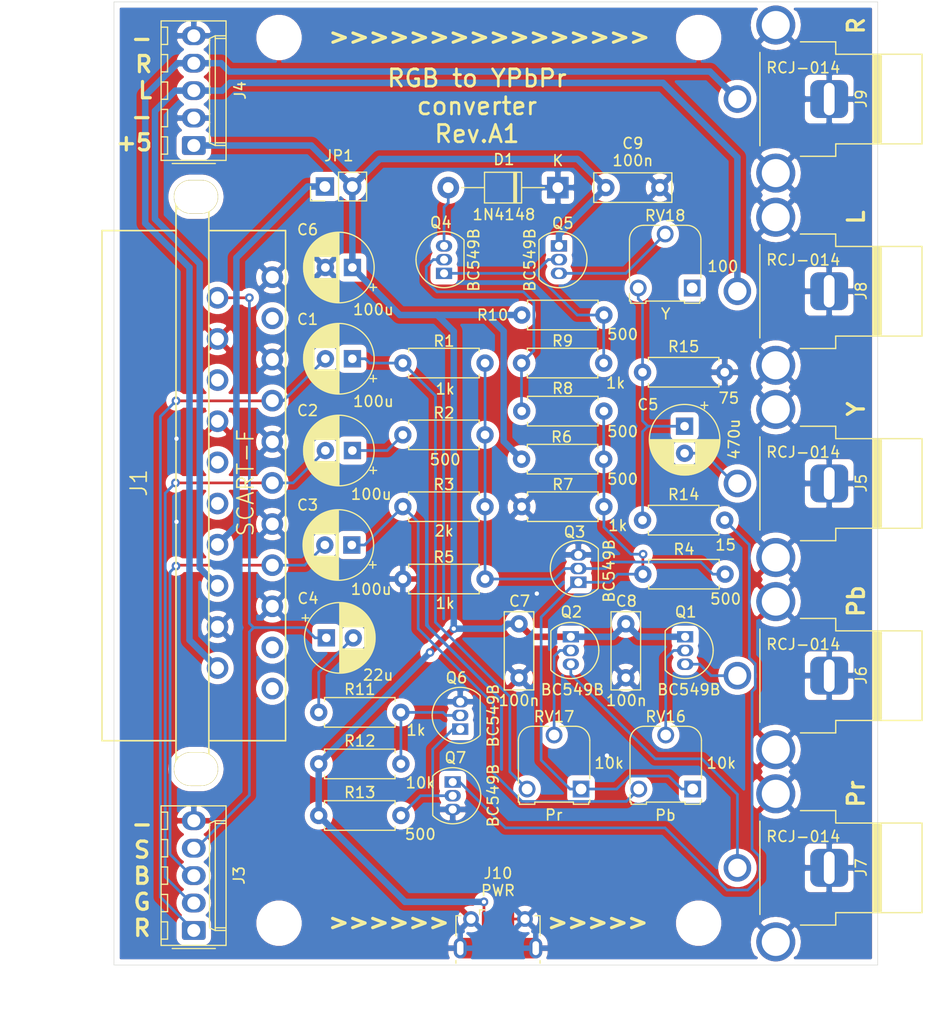
<source format=kicad_pcb>
(kicad_pcb (version 20171130) (host pcbnew "(5.1.4)-1")
  (title_block (title "RGB to YPbPr converter") (date 2021-01-09) (rev A1))
  (layers (0 F.Cu signal) (31 B.Cu signal) (34 B.Paste user hide) (35 F.Paste user hide) (36 B.SilkS user) (37 F.SilkS user) (38 B.Mask user hide) (39 F.Mask user hide) (44 Edge.Cuts user))
  (net 0 "")
  (net 1 R_IN)
  (net 2 "Net-(C1-Pad1)")
  (net 3 G_IN)
  (net 4 "Net-(C2-Pad1)")
  (net 5 B_IN)
  (net 6 "Net-(C3-Pad1)")
  (net 7 "Net-(C4-Pad2)")
  (net 8 CSYNC_IN)
  (net 9 Y_OUT)
  (net 10 "Net-(C5-Pad1)")
  (net 11 "Net-(D1-Pad2)")
  (net 12 GND)
  (net 13 Audio_L)
  (net 14 Audio_R)
  (net 15 +5V)
  (net 16 Pb_OUT)
  (net 17 Pr_OUT)
  (net 18 "Net-(Q1-Pad2)")
  (net 19 "Net-(Q2-Pad2)")
  (net 20 "Net-(Q3-Pad1)")
  (net 21 "Net-(Q3-Pad2)")
  (net 22 "Net-(Q4-Pad1)")
  (net 23 "Net-(Q4-Pad2)")
  (net 24 "Net-(Q5-Pad3)")
  (net 25 "Net-(Q6-Pad1)")
  (net 26 "Net-(Q6-Pad2)")
  (net 27 "Net-(Q7-Pad1)")
  (net 28 "Net-(J1-Pad8)")
  (module Package_TO_SOT_THT:TO-92_Inline (layer F.Cu) (at 153.15 106.05 90)
    (fp_text reference Q3 (at 4.65 -0.35 180) (layer F.SilkS))
    (fp_text value BC549B)
    (fp_text user %V (at 1.05 2.85 90) (layer F.SilkS))
    (pad 1 thru_hole rect (at 0 0 90) (size 1.05 1.5) (drill 0.75) (layers *.Cu *.Mask) (net 20 "Net-(Q3-Pad1)"))
    (pad 3 thru_hole oval (at 2.54 0 90) (size 1.05 1.5) (drill 0.75) (layers *.Cu *.Mask) (net 12 GND))
    (pad 2 thru_hole oval (at 1.27 0 90) (size 1.05 1.5) (drill 0.75) (layers *.Cu *.Mask) (net 21 "Net-(Q3-Pad2)"))
  )
  (module Connector_Molex:Molex_KK-254_AE-6410-05A_1x05_P2.54mm_Vertical (layer F.Cu) (at 117.5 65.6 90)
    (fp_text reference J4 (at 5.1 4.3 270) (layer F.SilkS))
    (fp_text value Conn_01x03)
    (pad 5 thru_hole oval (at 10.16 0 90) (size 1.74 2.2) (drill 1.2) (layers *.Cu *.Mask) (net 12 GND))
    (pad 4 thru_hole oval (at 7.62 0 90) (size 1.74 2.2) (drill 1.2) (layers *.Cu *.Mask) (net 14 Audio_R))
    (pad 3 thru_hole oval (at 5.08 0 90) (size 1.74 2.2) (drill 1.2) (layers *.Cu *.Mask) (net 13 Audio_L))
    (pad 2 thru_hole oval (at 2.54 0 90) (size 1.74 2.2) (drill 1.2) (layers *.Cu *.Mask) (net 12 GND))
    (pad 1 thru_hole roundrect (at 0 0 90) (size 1.74 2.2) (drill 1.2) (layers *.Cu *.Mask) (roundrect_rratio 0.143678) (net 15 +5V))
  )
  (module Connector_PinHeader_2.54mm:PinHeader_1x02_P2.54mm_Vertical (layer F.Cu) (at 129.65 69.4 90)
    (fp_text reference JP1 (at 2.85 1.3 180) (layer F.SilkS))
    (fp_text value Jumper)
    (pad 2 thru_hole oval (at 0 2.54 90) (size 1.7 1.7) (drill 1) (layers *.Cu *.Mask) (net 15 +5V))
    (pad 1 thru_hole rect (at 0 0 90) (size 1.7 1.7) (drill 1) (layers *.Cu *.Mask) (net 28 "Net-(J1-Pad8)"))
  )
  (module Connector_USB:USB_Micro-B_Molex-105017-0001 (layer F.Cu) (at 145.7 138.7)
    (fp_text reference J10 (at 0 -5.7) (layer F.SilkS))
    (fp_text value USB_B_Micro)
    (fp_text user PWR (at 0 -4.1) (layer F.SilkS))
    (pad 6 smd rect (at -2.9 1.2375) (size 1.2 1.9) (layers F.Cu F.Mask) (net 12 GND))
    (pad 6 smd rect (at 2.9 1.2375) (size 1.2 1.9) (layers F.Cu F.Mask) (net 12 GND))
    (pad 6 thru_hole oval (at 3.5 1.2375) (size 1.2 1.9) (drill oval 0.6 1.3) (layers *.Cu *.Mask) (net 12 GND))
    (pad 6 thru_hole oval (at -3.5 1.2375 180) (size 1.2 1.9) (drill oval 0.6 1.3) (layers *.Cu *.Mask) (net 12 GND))
    (pad 6 smd rect (at -1 1.2375) (size 1.5 1.9) (layers F.Cu F.Paste F.Mask) (net 12 GND))
    (pad 6 thru_hole circle (at 2.5 -1.4625) (size 1.45 1.45) (drill 0.85) (layers *.Cu *.Mask) (net 12 GND))
    (pad 3 smd rect (at 0 -1.4625) (size 0.4 1.35) (layers F.Cu F.Paste F.Mask))
    (pad 4 smd rect (at 0.65 -1.4625) (size 0.4 1.35) (layers F.Cu F.Paste F.Mask))
    (pad 5 smd rect (at 1.3 -1.4625) (size 0.4 1.35) (layers F.Cu F.Paste F.Mask) (net 12 GND))
    (pad 1 smd rect (at -1.3 -1.4625) (size 0.4 1.35) (layers F.Cu F.Paste F.Mask) (net 15 +5V))
    (pad 2 smd rect (at -0.65 -1.4625) (size 0.4 1.35) (layers F.Cu F.Paste F.Mask))
    (pad 6 thru_hole circle (at -2.5 -1.4625) (size 1.45 1.45) (drill 0.85) (layers *.Cu *.Mask) (net 12 GND))
    (pad 6 smd rect (at 1 1.2375) (size 1.5 1.9) (layers F.Cu F.Paste F.Mask) (net 12 GND))
  )
  (module my:SCART (layer F.Cu) (at 117.5 96.85 270)
    (fp_text reference J1 (at 0 5.10032 90) (layer F.SilkS) (effects (font (size 1.5 1.5))))
    (fp_text value SCART-F (at -0.025 -4.8 90) (layer F.SilkS) (effects (font (size 1.5 1.5))))
    (pad "" np_thru_hole oval (at 26.49982 -0.20066 270) (size 3.1 4.1) (drill oval 3 4) (layers *.Cu *.Mask F.SilkS))
    (pad 1 thru_hole circle (at 19.05 -7.27964 270) (size 1.99898 1.99898) (drill 1.19888) (layers *.Cu *.Mask))
    (pad 2 thru_hole circle (at 17.145 -2.19964 270) (size 1.99898 1.99898) (drill 1.19888) (layers *.Cu *.Mask) (net 14 Audio_R))
    (pad 3 thru_hole circle (at 15.24 -7.27964 270) (size 1.99898 1.99898) (drill 1.19888) (layers *.Cu *.Mask))
    (pad 4 thru_hole circle (at 13.335 -2.19964 270) (size 1.99898 1.99898) (drill 1.19888) (layers *.Cu *.Mask) (net 12 GND))
    (pad 5 thru_hole circle (at 11.43 -7.27964 270) (size 1.99898 1.99898) (drill 1.19888) (layers *.Cu *.Mask) (net 12 GND))
    (pad 6 thru_hole circle (at 9.525 -2.19964 270) (size 1.99898 1.99898) (drill 1.19888) (layers *.Cu *.Mask) (net 13 Audio_L))
    (pad 7 thru_hole circle (at 7.62 -7.27964 270) (size 1.99898 1.99898) (drill 1.19888) (layers *.Cu *.Mask) (net 5 B_IN))
    (pad 8 thru_hole circle (at 5.715 -2.19964 270) (size 1.99898 1.99898) (drill 1.19888) (layers *.Cu *.Mask) (net 28 "Net-(J1-Pad8)"))
    (pad 9 thru_hole circle (at 3.81 -7.27964 270) (size 1.99898 1.99898) (drill 1.19888) (layers *.Cu *.Mask) (net 12 GND))
    (pad 10 thru_hole circle (at 1.905 -2.19964 270) (size 1.99898 1.99898) (drill 1.19888) (layers *.Cu *.Mask))
    (pad 11 thru_hole circle (at 0 -7.27964 270) (size 1.99898 1.99898) (drill 1.19888) (layers *.Cu *.Mask) (net 3 G_IN))
    (pad 12 thru_hole circle (at -1.905 -2.19964 270) (size 1.99898 1.99898) (drill 1.19888) (layers *.Cu *.Mask))
    (pad 13 thru_hole circle (at -3.81 -7.27964 270) (size 1.99898 1.99898) (drill 1.19888) (layers *.Cu *.Mask) (net 12 GND))
    (pad 14 thru_hole circle (at -5.715 -2.19964 270) (size 1.99898 1.99898) (drill 1.19888) (layers *.Cu *.Mask) (net 12 GND))
    (pad 15 thru_hole circle (at -7.62 -7.27964 270) (size 1.99898 1.99898) (drill 1.19888) (layers *.Cu *.Mask) (net 1 R_IN))
    (pad 16 thru_hole circle (at -9.525 -2.19964 270) (size 1.99898 1.99898) (drill 1.19888) (layers *.Cu *.Mask))
    (pad 17 thru_hole circle (at -11.43 -7.27964 270) (size 1.99898 1.99898) (drill 1.19888) (layers *.Cu *.Mask) (net 12 GND))
    (pad 18 thru_hole circle (at -13.335 -2.19964 270) (size 1.99898 1.99898) (drill 1.19888) (layers *.Cu *.Mask) (net 12 GND))
    (pad 19 thru_hole circle (at -15.24 -7.27964 270) (size 1.99898 1.99898) (drill 1.19888) (layers *.Cu *.Mask))
    (pad 20 thru_hole circle (at -17.145 -2.19964 270) (size 1.99898 1.99898) (drill 1.19888) (layers *.Cu *.Mask) (net 8 CSYNC_IN))
    (pad 21 thru_hole circle (at -19.05 -7.27964 270) (size 1.99898 1.99898) (drill 1.19888) (layers *.Cu *.Mask) (net 12 GND))
    (pad "" np_thru_hole oval (at -26.49982 -0.20066 270) (size 3.1 4.1) (drill oval 3 4) (layers *.Cu *.Mask F.SilkS))
  )
  (module Potentiometer_THT:Potentiometer_Runtron_RM-065_Vertical (layer F.Cu) (at 153.4 125.2 180)
    (fp_text reference RV17 (at 2.5 6.7) (layer F.SilkS))
    (fp_text value 10k)
    (fp_text user %V (at -2.6 2.4 180) (layer F.SilkS))
    (fp_text user Pr (at 2.525 -2.4 180) (layer F.SilkS))
    (pad 3 thru_hole circle (at 5 0 180) (size 1.55 1.55) (drill 1) (layers *.Cu *.Mask) (net 2 "Net-(C1-Pad1)"))
    (pad 1 thru_hole rect (at 0 0 180) (size 1.55 1.55) (drill 1) (layers *.Cu *.Mask) (net 20 "Net-(Q3-Pad1)"))
    (pad 2 thru_hole circle (at 2.5 5 180) (size 1.55 1.55) (drill 1) (layers *.Cu *.Mask) (net 19 "Net-(Q2-Pad2)"))
  )
  (module Capacitor_THT:C_Disc_D7.0mm_W2.5mm_P5.00mm (layer F.Cu) (at 160.7 69.5 180)
    (fp_text reference C9 (at 2.5 4.1) (layer F.SilkS))
    (fp_text value 100n)
    (fp_text user %V (at 2.5 2.5) (layer F.SilkS))
    (pad 2 thru_hole circle (at 5 0 180) (size 1.6 1.6) (drill 0.8) (layers *.Cu *.Mask) (net 15 +5V))
    (pad 1 thru_hole circle (at 0 0 180) (size 1.6 1.6) (drill 0.8) (layers *.Cu *.Mask) (net 12 GND))
  )
  (module Capacitor_THT:C_Disc_D7.0mm_W2.5mm_P5.00mm (layer F.Cu) (at 157.55 109.9 270)
    (fp_text reference C8 (at -2.1 -0.05 180) (layer F.SilkS))
    (fp_text value 100n)
    (fp_text user %V (at 7.1 -0.05) (layer F.SilkS))
    (pad 2 thru_hole circle (at 5 0 270) (size 1.6 1.6) (drill 0.8) (layers *.Cu *.Mask) (net 12 GND))
    (pad 1 thru_hole circle (at 0 0 270) (size 1.6 1.6) (drill 0.8) (layers *.Cu *.Mask) (net 15 +5V))
  )
  (module Capacitor_THT:C_Disc_D7.0mm_W2.5mm_P5.00mm (layer F.Cu) (at 147.65 109.9 270)
    (fp_text reference C7 (at -2.1 -0.05 180) (layer F.SilkS))
    (fp_text value 100n)
    (fp_text user %V (at 7.1 0) (layer F.SilkS))
    (pad 2 thru_hole circle (at 5 0 270) (size 1.6 1.6) (drill 0.8) (layers *.Cu *.Mask) (net 12 GND))
    (pad 1 thru_hole circle (at 0 0 270) (size 1.6 1.6) (drill 0.8) (layers *.Cu *.Mask) (net 15 +5V))
  )
  (module Capacitor_THT:CP_Radial_D6.3mm_P2.50mm (layer F.Cu) (at 132.2 76.9 180)
    (fp_text reference C6 (at 4.15 3.5) (layer F.SilkS))
    (fp_text value 100u)
    (fp_text user %V (at -1.95 -3.9) (layer F.SilkS))
    (pad 2 thru_hole circle (at 2.5 0 180) (size 1.6 1.6) (drill 0.8) (layers *.Cu *.Mask) (net 12 GND))
    (pad 1 thru_hole rect (at 0 0 180) (size 1.6 1.6) (drill 0.8) (layers *.Cu *.Mask) (net 15 +5V))
  )
  (module MountingHole:MountingHole_3.2mm_M3 (layer F.Cu) (at 164.3 137.625001)
    (fp_text reference H4 hide)
    (fp_text value MountingHole)
    (pad 1 np_thru_hole circle (at 0 0) (size 3.2 3.2) (drill 3.2) (layers *.Cu *.Mask))
  )
  (module MountingHole:MountingHole_3.2mm_M3 (layer F.Cu) (at 164.3 55.6 180)
    (fp_text reference H3 hide)
    (fp_text value MountingHole)
    (pad 1 np_thru_hole circle (at 0 0 180) (size 3.2 3.2) (drill 3.2) (layers *.Cu *.Mask))
  )
  (module MountingHole:MountingHole_3.2mm_M3 (layer F.Cu) (at 125.4 137.625001)
    (fp_text reference H2 hide)
    (fp_text value MountingHole)
    (pad 1 np_thru_hole circle (at 0 0) (size 3.2 3.2) (drill 3.2) (layers *.Cu *.Mask))
  )
  (module MountingHole:MountingHole_3.2mm_M3 (layer F.Cu) (at 125.4 55.6 180)
    (fp_text reference H1 hide)
    (fp_text value MountingHole)
    (pad 1 np_thru_hole circle (at 0 0 180) (size 3.2 3.2) (drill 3.2) (layers *.Cu *.Mask))
  )
  (module Potentiometer_THT:Potentiometer_Runtron_RM-065_Vertical (layer F.Cu) (at 163.7 78.8 180)
    (fp_text reference RV18 (at 2.5 6.7) (layer F.SilkS))
    (fp_text value 100)
    (fp_text user Y (at 2.45 -2.4 180) (layer F.SilkS))
    (fp_text user %V (at -2.85 2 180) (layer F.SilkS))
    (pad 3 thru_hole circle (at 5 0 180) (size 1.55 1.55) (drill 1) (layers *.Cu *.Mask) (net 10 "Net-(C5-Pad1)"))
    (pad 1 thru_hole rect (at 0 0 180) (size 1.55 1.55) (drill 1) (layers *.Cu *.Mask))
    (pad 2 thru_hole circle (at 2.5 5 180) (size 1.55 1.55) (drill 1) (layers *.Cu *.Mask) (net 24 "Net-(Q5-Pad3)"))
  )
  (module Potentiometer_THT:Potentiometer_Runtron_RM-065_Vertical (layer F.Cu) (at 163.75 125.2 180)
    (fp_text reference RV16 (at 2.5 6.7) (layer F.SilkS))
    (fp_text value 10k)
    (fp_text user %V (at -2.65 2.4 180) (layer F.SilkS))
    (fp_text user Pb (at 2.525 -2.425 180) (layer F.SilkS))
    (pad 3 thru_hole circle (at 5 0 180) (size 1.55 1.55) (drill 1) (layers *.Cu *.Mask) (net 6 "Net-(C3-Pad1)"))
    (pad 1 thru_hole rect (at 0 0 180) (size 1.55 1.55) (drill 1) (layers *.Cu *.Mask) (net 20 "Net-(Q3-Pad1)"))
    (pad 2 thru_hole circle (at 2.5 5 180) (size 1.55 1.55) (drill 1) (layers *.Cu *.Mask) (net 18 "Net-(Q1-Pad2)"))
  )
  (module Resistor_THT:R_Axial_DIN0207_L6.3mm_D2.5mm_P7.62mm_Horizontal (layer F.Cu) (at 159.1 86.6)
    (fp_text reference R15 (at 3.81 -2.37) (layer F.SilkS))
    (fp_text value 75)
    (fp_text user %V (at 8 2.4) (layer F.SilkS))
    (pad 2 thru_hole oval (at 7.62 0) (size 1.6 1.6) (drill 0.8) (layers *.Cu *.Mask) (net 12 GND))
    (pad 1 thru_hole circle (at 0 0) (size 1.6 1.6) (drill 0.8) (layers *.Cu *.Mask) (net 10 "Net-(C5-Pad1)"))
  )
  (module Resistor_THT:R_Axial_DIN0207_L6.3mm_D2.5mm_P7.62mm_Horizontal (layer F.Cu) (at 159.1 100.3)
    (fp_text reference R14 (at 3.81 -2.37) (layer F.SilkS))
    (fp_text value 15)
    (fp_text user %V (at 7.7 2.3) (layer F.SilkS))
    (pad 1 thru_hole circle (at 0 0) (size 1.6 1.6) (drill 0.8) (layers *.Cu *.Mask) (net 10 "Net-(C5-Pad1)"))
    (pad 2 thru_hole oval (at 7.62 0) (size 1.6 1.6) (drill 0.8) (layers *.Cu *.Mask) (net 27 "Net-(Q7-Pad1)"))
  )
  (module Resistor_THT:R_Axial_DIN0207_L6.3mm_D2.5mm_P7.62mm_Horizontal (layer F.Cu) (at 136.7 127.65 180)
    (fp_text reference R13 (at 3.81 2.13) (layer F.SilkS))
    (fp_text value 500)
    (fp_text user %V (at -1.8 -1.75 180) (layer F.SilkS))
    (pad 1 thru_hole circle (at 0 0 180) (size 1.6 1.6) (drill 0.8) (layers *.Cu *.Mask) (net 25 "Net-(Q6-Pad1)"))
    (pad 2 thru_hole oval (at 7.62 0 180) (size 1.6 1.6) (drill 0.8) (layers *.Cu *.Mask) (net 15 +5V))
  )
  (module Resistor_THT:R_Axial_DIN0207_L6.3mm_D2.5mm_P7.62mm_Horizontal (layer F.Cu) (at 136.7 122.875 180)
    (fp_text reference R12 (at 3.81 2.13) (layer F.SilkS))
    (fp_text value 10k)
    (fp_text user %V (at -1.8 -1.75 180) (layer F.SilkS))
    (pad 2 thru_hole oval (at 7.62 0 180) (size 1.6 1.6) (drill 0.8) (layers *.Cu *.Mask) (net 15 +5V))
    (pad 1 thru_hole circle (at 0 0 180) (size 1.6 1.6) (drill 0.8) (layers *.Cu *.Mask) (net 26 "Net-(Q6-Pad2)"))
  )
  (module Resistor_THT:R_Axial_DIN0207_L6.3mm_D2.5mm_P7.62mm_Horizontal (layer F.Cu) (at 136.7 118.1 180)
    (fp_text reference R11 (at 3.81 2.13) (layer F.SilkS))
    (fp_text value 1k)
    (fp_text user %V (at -1.4 -1.65 180) (layer F.SilkS))
    (pad 2 thru_hole oval (at 7.62 0 180) (size 1.6 1.6) (drill 0.8) (layers *.Cu *.Mask) (net 7 "Net-(C4-Pad2)"))
    (pad 1 thru_hole circle (at 0 0 180) (size 1.6 1.6) (drill 0.8) (layers *.Cu *.Mask) (net 26 "Net-(Q6-Pad2)"))
  )
  (module Resistor_THT:R_Axial_DIN0207_L6.3mm_D2.5mm_P7.62mm_Horizontal (layer F.Cu) (at 147.9 81.3)
    (fp_text reference R10 (at -2.7 0) (layer F.SilkS))
    (fp_text value 500)
    (fp_text user %V (at 9.35 1.8) (layer F.SilkS))
    (pad 2 thru_hole oval (at 7.62 0) (size 1.6 1.6) (drill 0.8) (layers *.Cu *.Mask) (net 22 "Net-(Q4-Pad1)"))
    (pad 1 thru_hole circle (at 0 0) (size 1.6 1.6) (drill 0.8) (layers *.Cu *.Mask) (net 15 +5V))
  )
  (module Resistor_THT:R_Axial_DIN0207_L6.3mm_D2.5mm_P7.62mm_Horizontal (layer F.Cu) (at 155.5 85.75 180)
    (fp_text reference R9 (at 3.81 2.05) (layer F.SilkS))
    (fp_text value 1k)
    (fp_text user %V (at -1.1 -1.85 180) (layer F.SilkS))
    (pad 1 thru_hole circle (at 0 0 180) (size 1.6 1.6) (drill 0.8) (layers *.Cu *.Mask) (net 22 "Net-(Q4-Pad1)"))
    (pad 2 thru_hole oval (at 7.62 0 180) (size 1.6 1.6) (drill 0.8) (layers *.Cu *.Mask) (net 23 "Net-(Q4-Pad2)"))
  )
  (module Resistor_THT:R_Axial_DIN0207_L6.3mm_D2.5mm_P7.62mm_Horizontal (layer F.Cu) (at 147.9 90.2)
    (fp_text reference R8 (at 3.8 -2.1) (layer F.SilkS))
    (fp_text value 500)
    (fp_text user %V (at 9.35 1.9) (layer F.SilkS))
    (pad 2 thru_hole oval (at 7.62 0) (size 1.6 1.6) (drill 0.8) (layers *.Cu *.Mask) (net 20 "Net-(Q3-Pad1)"))
    (pad 1 thru_hole circle (at 0 0) (size 1.6 1.6) (drill 0.8) (layers *.Cu *.Mask) (net 23 "Net-(Q4-Pad2)"))
  )
  (module Resistor_THT:R_Axial_DIN0207_L6.3mm_D2.5mm_P7.62mm_Horizontal (layer F.Cu) (at 147.9 99.05)
    (fp_text reference R7 (at 3.81 -2.05) (layer F.SilkS))
    (fp_text value 1k)
    (fp_text user %V (at 8.9 1.75) (layer F.SilkS))
    (pad 2 thru_hole oval (at 7.62 0) (size 1.6 1.6) (drill 0.8) (layers *.Cu *.Mask) (net 20 "Net-(Q3-Pad1)"))
    (pad 1 thru_hole circle (at 0 0) (size 1.6 1.6) (drill 0.8) (layers *.Cu *.Mask) (net 12 GND))
  )
  (module Resistor_THT:R_Axial_DIN0207_L6.3mm_D2.5mm_P7.62mm_Horizontal (layer F.Cu) (at 155.5 94.65 180)
    (fp_text reference R6 (at 3.9 2.05) (layer F.SilkS))
    (fp_text value 500)
    (fp_text user %V (at -1.75 -1.85 180) (layer F.SilkS))
    (pad 2 thru_hole oval (at 7.62 0 180) (size 1.6 1.6) (drill 0.8) (layers *.Cu *.Mask) (net 15 +5V))
    (pad 1 thru_hole circle (at 0 0 180) (size 1.6 1.6) (drill 0.8) (layers *.Cu *.Mask) (net 20 "Net-(Q3-Pad1)"))
  )
  (module Resistor_THT:R_Axial_DIN0207_L6.3mm_D2.5mm_P7.62mm_Horizontal (layer F.Cu) (at 144.5 105.75 180)
    (fp_text reference R5 (at 3.81 2.025) (layer F.SilkS))
    (fp_text value 1k)
    (fp_text user %V (at 3.7 -2.25 180) (layer F.SilkS))
    (pad 2 thru_hole oval (at 7.62 0 180) (size 1.6 1.6) (drill 0.8) (layers *.Cu *.Mask) (net 12 GND))
    (pad 1 thru_hole circle (at 0 0 180) (size 1.6 1.6) (drill 0.8) (layers *.Cu *.Mask) (net 21 "Net-(Q3-Pad2)"))
  )
  (module Resistor_THT:R_Axial_DIN0207_L6.3mm_D2.5mm_P7.62mm_Horizontal (layer F.Cu) (at 166.75 105.3 180)
    (fp_text reference R4 (at 3.81 2.3) (layer F.SilkS))
    (fp_text value 500)
    (fp_text user %V (at -0.05 -2.3 180) (layer F.SilkS))
    (pad 1 thru_hole circle (at 0 0 180) (size 1.6 1.6) (drill 0.8) (layers *.Cu *.Mask) (net 21 "Net-(Q3-Pad2)"))
    (pad 2 thru_hole oval (at 7.62 0 180) (size 1.6 1.6) (drill 0.8) (layers *.Cu *.Mask) (net 20 "Net-(Q3-Pad1)"))
  )
  (module Resistor_THT:R_Axial_DIN0207_L6.3mm_D2.5mm_P7.62mm_Horizontal (layer F.Cu) (at 144.5 99.05 180)
    (fp_text reference R3 (at 3.81 2.05) (layer F.SilkS))
    (fp_text value 2k)
    (fp_text user %V (at 3.8 -2.25 180) (layer F.SilkS))
    (pad 2 thru_hole oval (at 7.62 0 180) (size 1.6 1.6) (drill 0.8) (layers *.Cu *.Mask) (net 6 "Net-(C3-Pad1)"))
    (pad 1 thru_hole circle (at 0 0 180) (size 1.6 1.6) (drill 0.8) (layers *.Cu *.Mask) (net 21 "Net-(Q3-Pad2)"))
  )
  (module Resistor_THT:R_Axial_DIN0207_L6.3mm_D2.5mm_P7.62mm_Horizontal (layer F.Cu) (at 144.5 92.4 180)
    (fp_text reference R2 (at 3.81 2.03) (layer F.SilkS))
    (fp_text value 500)
    (fp_text user %V (at 3.7 -2.3 180) (layer F.SilkS))
    (pad 2 thru_hole oval (at 7.62 0 180) (size 1.6 1.6) (drill 0.8) (layers *.Cu *.Mask) (net 4 "Net-(C2-Pad1)"))
    (pad 1 thru_hole circle (at 0 0 180) (size 1.6 1.6) (drill 0.8) (layers *.Cu *.Mask) (net 21 "Net-(Q3-Pad2)"))
  )
  (module Resistor_THT:R_Axial_DIN0207_L6.3mm_D2.5mm_P7.62mm_Horizontal (layer F.Cu) (at 144.5 85.75 180)
    (fp_text reference R1 (at 3.81 2.03) (layer F.SilkS))
    (fp_text value 1k)
    (fp_text user %V (at 3.7 -2.4 180) (layer F.SilkS))
    (pad 2 thru_hole oval (at 7.62 0 180) (size 1.6 1.6) (drill 0.8) (layers *.Cu *.Mask) (net 2 "Net-(C1-Pad1)"))
    (pad 1 thru_hole circle (at 0 0 180) (size 1.6 1.6) (drill 0.8) (layers *.Cu *.Mask) (net 21 "Net-(Q3-Pad2)"))
  )
  (module Package_TO_SOT_THT:TO-92_Inline (layer F.Cu) (at 141.5 124.55 270)
    (fp_text reference Q7 (at -2.25 -0.25 180) (layer F.SilkS))
    (fp_text value BC549B)
    (fp_text user %V (at 1.25 -3.75 90) (layer F.SilkS))
    (pad 2 thru_hole oval (at 1.27 0 270) (size 1.05 1.5) (drill 0.75) (layers *.Cu *.Mask) (net 25 "Net-(Q6-Pad1)"))
    (pad 3 thru_hole oval (at 2.54 0 270) (size 1.05 1.5) (drill 0.75) (layers *.Cu *.Mask) (net 12 GND))
    (pad 1 thru_hole rect (at 0 0 270) (size 1.05 1.5) (drill 0.75) (layers *.Cu *.Mask) (net 27 "Net-(Q7-Pad1)"))
  )
  (module Package_TO_SOT_THT:TO-92_Inline (layer F.Cu) (at 142.2 119.65 90)
    (fp_text reference Q6 (at 4.75 -0.35 180) (layer F.SilkS))
    (fp_text value BC549B)
    (fp_text user %V (at 1.25 3.05 90) (layer F.SilkS))
    (pad 2 thru_hole oval (at 1.27 0 90) (size 1.05 1.5) (drill 0.75) (layers *.Cu *.Mask) (net 26 "Net-(Q6-Pad2)"))
    (pad 3 thru_hole oval (at 2.54 0 90) (size 1.05 1.5) (drill 0.75) (layers *.Cu *.Mask) (net 12 GND))
    (pad 1 thru_hole rect (at 0 0 90) (size 1.05 1.5) (drill 0.75) (layers *.Cu *.Mask) (net 25 "Net-(Q6-Pad1)"))
  )
  (module Package_TO_SOT_THT:TO-92_Inline (layer F.Cu) (at 151.35 74.9 270)
    (fp_text reference Q5 (at -2.1 -0.36 180) (layer F.SilkS))
    (fp_text value BC549B)
    (fp_text user %V (at 1.3 2.7 270) (layer F.SilkS))
    (pad 2 thru_hole oval (at 1.27 0 270) (size 1.05 1.5) (drill 0.75) (layers *.Cu *.Mask) (net 22 "Net-(Q4-Pad1)"))
    (pad 3 thru_hole oval (at 2.54 0 270) (size 1.05 1.5) (drill 0.75) (layers *.Cu *.Mask) (net 24 "Net-(Q5-Pad3)"))
    (pad 1 thru_hole rect (at 0 0 270) (size 1.05 1.5) (drill 0.75) (layers *.Cu *.Mask) (net 15 +5V))
  )
  (module Package_TO_SOT_THT:TO-92_Inline (layer F.Cu) (at 140.7 77.44 90)
    (fp_text reference Q4 (at 4.7 -0.3 180) (layer F.SilkS))
    (fp_text value BC549B)
    (fp_text user %V (at 1.24 2.75 270) (layer F.SilkS))
    (pad 2 thru_hole oval (at 1.27 0 90) (size 1.05 1.5) (drill 0.75) (layers *.Cu *.Mask) (net 23 "Net-(Q4-Pad2)"))
    (pad 3 thru_hole oval (at 2.54 0 90) (size 1.05 1.5) (drill 0.75) (layers *.Cu *.Mask) (net 11 "Net-(D1-Pad2)"))
    (pad 1 thru_hole rect (at 0 0 90) (size 1.05 1.5) (drill 0.75) (layers *.Cu *.Mask) (net 22 "Net-(Q4-Pad1)"))
  )
  (module Package_TO_SOT_THT:TO-92_Inline (layer F.Cu) (at 152.45 111.1 270)
    (fp_text reference Q2 (at -2.3 -0.05 180) (layer F.SilkS))
    (fp_text value BC549B)
    (fp_text user %V (at 4.9 -0.15) (layer F.SilkS))
    (pad 2 thru_hole oval (at 1.27 0 270) (size 1.05 1.5) (drill 0.75) (layers *.Cu *.Mask) (net 19 "Net-(Q2-Pad2)"))
    (pad 3 thru_hole oval (at 2.54 0 270) (size 1.05 1.5) (drill 0.75) (layers *.Cu *.Mask) (net 17 Pr_OUT))
    (pad 1 thru_hole rect (at 0 0 270) (size 1.05 1.5) (drill 0.75) (layers *.Cu *.Mask) (net 15 +5V))
  )
  (module Package_TO_SOT_THT:TO-92_Inline (layer F.Cu) (at 163.05 111.1 270)
    (fp_text reference Q1 (at -2.3 -0.05 180) (layer F.SilkS))
    (fp_text value BC549B)
    (fp_text user %V (at 4.9 -0.35) (layer F.SilkS))
    (pad 2 thru_hole oval (at 1.27 0 270) (size 1.05 1.5) (drill 0.75) (layers *.Cu *.Mask) (net 18 "Net-(Q1-Pad2)"))
    (pad 3 thru_hole oval (at 2.54 0 270) (size 1.05 1.5) (drill 0.75) (layers *.Cu *.Mask) (net 16 Pb_OUT))
    (pad 1 thru_hole rect (at 0 0 270) (size 1.05 1.5) (drill 0.75) (layers *.Cu *.Mask) (net 15 +5V))
  )
  (module my:CUI_RCJ-01X-WIDE (layer F.Cu) (at 174.5 61.3 270)
    (fp_text reference J9 (at -0.03 -4.86912 270) (layer F.SilkS))
    (fp_text value RCJ-014 hide)
    (fp_text user %V (at -2.9 0.5) (layer F.SilkS))
    (pad 1 thru_hole circle (at 0 6.604 270) (size 2.55 2.55) (drill 1.7) (layers *.Cu *.Mask) (net 14 Audio_R))
    (pad 2 thru_hole roundrect (at 0 -1.905 90) (size 3.50012 3.50012) (drill oval 3 1) (layers *.Cu *.Mask) (roundrect_rratio 0.214) (net 12 GND))
    (pad 2 thru_hole circle (at -6.858 3.048 270) (size 3.616 3.616) (drill 2.6) (layers *.Cu *.Mask) (net 12 GND))
    (pad 2 thru_hole circle (at 6.858 3.048 270) (size 3.616 3.616) (drill 2.6) (layers *.Cu *.Mask) (net 12 GND))
  )
  (module my:CUI_RCJ-01X-WIDE (layer F.Cu) (at 174.495 79.1 270)
    (fp_text reference J8 (at -0.03 -4.86912 270) (layer F.SilkS))
    (fp_text value RCJ-014 hide)
    (fp_text user %V (at -2.9 0.495) (layer F.SilkS))
    (pad 1 thru_hole circle (at 0 6.604 270) (size 2.55 2.55) (drill 1.7) (layers *.Cu *.Mask) (net 13 Audio_L))
    (pad 2 thru_hole roundrect (at 0 -1.905 90) (size 3.50012 3.50012) (drill oval 3 1) (layers *.Cu *.Mask) (roundrect_rratio 0.214) (net 12 GND))
    (pad 2 thru_hole circle (at -6.858 3.048 270) (size 3.616 3.616) (drill 2.6) (layers *.Cu *.Mask) (net 12 GND))
    (pad 2 thru_hole circle (at 6.858 3.048 270) (size 3.616 3.616) (drill 2.6) (layers *.Cu *.Mask) (net 12 GND))
  )
  (module my:CUI_RCJ-01X-WIDE (layer F.Cu) (at 174.5 132.5 270)
    (fp_text reference J7 (at -0.03 -4.86912 270) (layer F.SilkS))
    (fp_text value RCJ-014 hide)
    (fp_text user %V (at -2.9 0.5) (layer F.SilkS))
    (pad 1 thru_hole circle (at 0 6.604 270) (size 2.55 2.55) (drill 1.7) (layers *.Cu *.Mask) (net 17 Pr_OUT))
    (pad 2 thru_hole roundrect (at 0 -1.905 90) (size 3.50012 3.50012) (drill oval 3 1) (layers *.Cu *.Mask) (roundrect_rratio 0.214) (net 12 GND))
    (pad 2 thru_hole circle (at -6.858 3.048 270) (size 3.616 3.616) (drill 2.6) (layers *.Cu *.Mask) (net 12 GND))
    (pad 2 thru_hole circle (at 6.858 3.048 270) (size 3.616 3.616) (drill 2.6) (layers *.Cu *.Mask) (net 12 GND))
  )
  (module my:CUI_RCJ-01X-WIDE (layer F.Cu) (at 174.5 114.7 270)
    (fp_text reference J6 (at -0.03 -4.86912 270) (layer F.SilkS))
    (fp_text value RCJ-014 hide)
    (fp_text user %V (at -2.9 0.5) (layer F.SilkS))
    (pad 1 thru_hole circle (at 0 6.604 270) (size 2.55 2.55) (drill 1.7) (layers *.Cu *.Mask) (net 16 Pb_OUT))
    (pad 2 thru_hole roundrect (at 0 -1.905 90) (size 3.50012 3.50012) (drill oval 3 1) (layers *.Cu *.Mask) (roundrect_rratio 0.214) (net 12 GND))
    (pad 2 thru_hole circle (at -6.858 3.048 270) (size 3.616 3.616) (drill 2.6) (layers *.Cu *.Mask) (net 12 GND))
    (pad 2 thru_hole circle (at 6.858 3.048 270) (size 3.616 3.616) (drill 2.6) (layers *.Cu *.Mask) (net 12 GND))
  )
  (module my:CUI_RCJ-01X-WIDE (layer F.Cu) (at 174.5 96.9 270)
    (fp_text reference J5 (at -0.03 -4.86912 270) (layer F.SilkS))
    (fp_text value RCJ-014 hide)
    (fp_text user %V (at -2.9 0.5) (layer F.SilkS))
    (pad 1 thru_hole circle (at 0 6.604 270) (size 2.55 2.55) (drill 1.7) (layers *.Cu *.Mask) (net 9 Y_OUT))
    (pad 2 thru_hole roundrect (at 0 -1.905 90) (size 3.50012 3.50012) (drill oval 3 1) (layers *.Cu *.Mask) (roundrect_rratio 0.214) (net 12 GND))
    (pad 2 thru_hole circle (at -6.858 3.048 270) (size 3.616 3.616) (drill 2.6) (layers *.Cu *.Mask) (net 12 GND))
    (pad 2 thru_hole circle (at 6.858 3.048 270) (size 3.616 3.616) (drill 2.6) (layers *.Cu *.Mask) (net 12 GND))
  )
  (module Connector_Molex:Molex_KK-254_AE-6410-05A_1x05_P2.54mm_Vertical (layer F.Cu) (at 117.5 138.3 90)
    (fp_text reference J3 (at 5.1 4.2 90) (layer F.SilkS))
    (fp_text value Conn_01x05)
    (pad 5 thru_hole oval (at 10.16 0 90) (size 1.74 2.2) (drill 1.2) (layers *.Cu *.Mask) (net 12 GND))
    (pad 4 thru_hole oval (at 7.62 0 90) (size 1.74 2.2) (drill 1.2) (layers *.Cu *.Mask) (net 8 CSYNC_IN))
    (pad 3 thru_hole oval (at 5.08 0 90) (size 1.74 2.2) (drill 1.2) (layers *.Cu *.Mask) (net 5 B_IN))
    (pad 2 thru_hole oval (at 2.54 0 90) (size 1.74 2.2) (drill 1.2) (layers *.Cu *.Mask) (net 3 G_IN))
    (pad 1 thru_hole roundrect (at 0 0 90) (size 1.74 2.2) (drill 1.2) (layers *.Cu *.Mask) (roundrect_rratio 0.143678) (net 1 R_IN))
  )
  (module Diode_THT:D_T-1_P10.16mm_Horizontal (layer F.Cu) (at 151.25 69.5 180)
    (fp_text reference D1 (at 5 2.6) (layer F.SilkS))
    (fp_text value 1N4148)
    (fp_text user K (at 0 2.5) (layer F.SilkS))
    (fp_text user %V (at 5 -2.5) (layer F.SilkS))
    (pad 2 thru_hole oval (at 10.16 0 180) (size 2 2) (drill 1) (layers *.Cu *.Mask) (net 11 "Net-(D1-Pad2)"))
    (pad 1 thru_hole rect (at 0 0 180) (size 2 2) (drill 1) (layers *.Cu *.Mask) (net 12 GND))
  )
  (module Capacitor_THT:CP_Radial_D6.3mm_P2.50mm (layer F.Cu) (at 163 91.6 270)
    (fp_text reference C5 (at -2 3.4 180) (layer F.SilkS))
    (fp_text value 470u)
    (fp_text user %V (at 1.2 -4.6 90) (layer F.SilkS))
    (pad 2 thru_hole circle (at 2.5 0 270) (size 1.6 1.6) (drill 0.8) (layers *.Cu *.Mask) (net 9 Y_OUT))
    (pad 1 thru_hole rect (at 0 0 270) (size 1.6 1.6) (drill 0.8) (layers *.Cu *.Mask) (net 10 "Net-(C5-Pad1)"))
  )
  (module Capacitor_THT:CP_Radial_D6.3mm_P2.50mm (layer F.Cu) (at 129.785241 111.2)
    (fp_text reference C4 (at -1.7 -3.65) (layer F.SilkS))
    (fp_text value 22u)
    (fp_text user %V (at 4.8 3.45) (layer F.SilkS))
    (pad 2 thru_hole circle (at 2.5 0) (size 1.6 1.6) (drill 0.8) (layers *.Cu *.Mask) (net 7 "Net-(C4-Pad2)"))
    (pad 1 thru_hole rect (at 0 0) (size 1.6 1.6) (drill 0.8) (layers *.Cu *.Mask) (net 8 CSYNC_IN))
  )
  (module Capacitor_THT:CP_Radial_D6.3mm_P2.50mm (layer F.Cu) (at 132.15 102.6 180)
    (fp_text reference C3 (at 4.1 3.7) (layer F.SilkS))
    (fp_text value 100u)
    (fp_text user %V (at -1.8 -4.1 180) (layer F.SilkS))
    (pad 2 thru_hole circle (at 2.5 0 180) (size 1.6 1.6) (drill 0.8) (layers *.Cu *.Mask) (net 5 B_IN))
    (pad 1 thru_hole rect (at 0 0 180) (size 1.6 1.6) (drill 0.8) (layers *.Cu *.Mask) (net 6 "Net-(C3-Pad1)"))
  )
  (module Capacitor_THT:CP_Radial_D6.3mm_P2.50mm (layer F.Cu) (at 132.2 93.85 180)
    (fp_text reference C2 (at 4.15 3.7) (layer F.SilkS))
    (fp_text value 100u)
    (fp_text user %V (at -1.75 -4.05 180) (layer F.SilkS))
    (pad 2 thru_hole circle (at 2.5 0 180) (size 1.6 1.6) (drill 0.8) (layers *.Cu *.Mask) (net 3 G_IN))
    (pad 1 thru_hole rect (at 0 0 180) (size 1.6 1.6) (drill 0.8) (layers *.Cu *.Mask) (net 4 "Net-(C2-Pad1)"))
  )
  (module Capacitor_THT:CP_Radial_D6.3mm_P2.50mm (layer F.Cu) (at 132.2 85.35 180)
    (fp_text reference C1 (at 4.15 3.65) (layer F.SilkS))
    (fp_text value 100u)
    (fp_text user %V (at -1.95 -3.95 180) (layer F.SilkS))
    (pad 2 thru_hole circle (at 2.5 0 180) (size 1.6 1.6) (drill 0.8) (layers *.Cu *.Mask) (net 1 R_IN))
    (pad 1 thru_hole rect (at 0 0 180) (size 1.6 1.6) (drill 0.8) (layers *.Cu *.Mask) (net 2 "Net-(C1-Pad1)"))
  )
  (gr_text L (at 178.9 72.25 90) (layer F.SilkS) (effects (font (size 1.5 1.5) (thickness 0.3))))
  (gr_text ">>>>>>        >>>>>" (at 144.8 137.5) (layer F.SilkS) (effects (font (size 1.5 1.5) (thickness 0.3))))
  (gr_text >>>>>>>>>>>>>>>> (at 144.9 55.5) (layer F.SilkS) (effects (font (size 1.5 1.5) (thickness 0.3))))
  (gr_text "-\nS\nB\nG\nR" (at 112.7 133.25) (layer F.SilkS) (effects (font (size 1.5 1.5) (thickness 0.3))))
  (gr_text "-\nR\nL\n-\n+5" (at 113.8 60.5) (layer F.SilkS) (effects (font (size 1.5 1.5) (thickness 0.3)) (justify right)))
  (gr_text R (at 178.9 54.5 90) (layer F.SilkS) (effects (font (size 1.5 1.5) (thickness 0.3))))
  (gr_text Y (at 178.9 90 90) (layer F.SilkS) (effects (font (size 1.5 1.5) (thickness 0.3))))
  (gr_text Pb (at 178.9 107.8 90) (layer F.SilkS) (effects (font (size 1.5 1.5) (thickness 0.3))))
  (gr_text Pr (at 178.9 125.65 90) (layer F.SilkS) (effects (font (size 1.5 1.5) (thickness 0.3))))
  (gr_text "RGB to YPbPr\nconverter\nRev.A1" (at 143.75 61.95) (layer F.SilkS) (effects (font (size 1.6 1.6) (thickness 0.25))))
  (gr_line (start 110.1 141.5) (end 110.1 52.3) (layer Edge.Cuts) (width 0.05))
  (gr_line (start 180.9 141.5) (end 110.1 141.5) (layer Edge.Cuts) (width 0.05))
  (gr_line (start 180.9 52.3) (end 180.9 141.5) (layer Edge.Cuts) (width 0.05))
  (gr_line (start 110.1 52.3) (end 180.9 52.3) (layer Edge.Cuts) (width 0.05))
  (via (at 115.85 89.25) (size 0.8) (drill 0.4) (layers F.Cu B.Cu) (net 1))
  (segment (start 124.75964 89.25) (end 124.77964 89.23) (width 0.25) (layer F.Cu) (net 1))
  (segment (start 115.85 89.25) (end 124.75964 89.25) (width 0.25) (layer F.Cu) (net 1))
  (segment (start 125.82 89.23) (end 124.77964 89.23) (width 0.25) (layer B.Cu) (net 1))
  (segment (start 129.7 85.35) (end 125.82 89.23) (width 0.25) (layer B.Cu) (net 1))
  (segment (start 114.4 90.7) (end 115.85 89.25) (width 0.25) (layer B.Cu) (net 1))
  (segment (start 117.5 138.3) (end 114.4 135.2) (width 0.25) (layer B.Cu) (net 1))
  (segment (start 114.4 135.2) (end 114.4 90.7) (width 0.25) (layer B.Cu) (net 1))
  (segment (start 133.4 85.35) (end 132.2 85.35) (width 0.25) (layer B.Cu) (net 2))
  (segment (start 136.88 85.75) (end 133.8 85.75) (width 0.25) (layer B.Cu) (net 2))
  (segment (start 133.8 85.75) (end 133.4 85.35) (width 0.25) (layer B.Cu) (net 2))
  (segment (start 148.4 125.2) (end 146.8 123.6) (width 0.25) (layer B.Cu) (net 2))
  (segment (start 137.679999 86.549999) (end 136.88 85.75) (width 0.25) (layer B.Cu) (net 2))
  (segment (start 139.9 88.77) (end 137.679999 86.549999) (width 0.25) (layer B.Cu) (net 2))
  (segment (start 139.9 109.75) (end 139.9 88.77) (width 0.25) (layer B.Cu) (net 2))
  (segment (start 146.8 116.65) (end 139.9 109.75) (width 0.25) (layer B.Cu) (net 2))
  (segment (start 146.8 123.6) (end 146.8 116.65) (width 0.25) (layer B.Cu) (net 2))
  (via (at 115.8 96.85) (size 0.8) (drill 0.4) (layers F.Cu B.Cu) (net 3))
  (segment (start 115.8 96.85) (end 124.77964 96.85) (width 0.25) (layer F.Cu) (net 3))
  (segment (start 117.5 135.96) (end 117.27 135.96) (width 0.25) (layer B.Cu) (net 3))
  (segment (start 126.7 96.85) (end 129.7 93.85) (width 0.25) (layer B.Cu) (net 3))
  (segment (start 124.77964 96.85) (end 126.7 96.85) (width 0.25) (layer B.Cu) (net 3))
  (segment (start 117.27 135.76) (end 117.5 135.76) (width 0.25) (layer B.Cu) (net 3))
  (segment (start 114.850011 133.340011) (end 117.27 135.76) (width 0.25) (layer B.Cu) (net 3))
  (segment (start 115.8 96.85) (end 114.850011 97.799989) (width 0.25) (layer B.Cu) (net 3))
  (segment (start 114.850011 97.799989) (end 114.850011 133.340011) (width 0.25) (layer B.Cu) (net 3))
  (segment (start 136.83 92.75) (end 136.88 92.8) (width 0.25) (layer B.Cu) (net 4))
  (segment (start 135.43 93.85) (end 132.2 93.85) (width 0.25) (layer B.Cu) (net 4))
  (segment (start 136.88 92.4) (end 135.43 93.85) (width 0.25) (layer B.Cu) (net 4))
  (via (at 115.85 104.55) (size 0.8) (drill 0.4) (layers F.Cu B.Cu) (net 5))
  (segment (start 124.77964 104.47) (end 115.93 104.47) (width 0.25) (layer F.Cu) (net 5))
  (segment (start 115.93 104.47) (end 115.85 104.55) (width 0.25) (layer F.Cu) (net 5))
  (segment (start 117.5 133.42) (end 117.27 133.42) (width 0.25) (layer B.Cu) (net 5))
  (segment (start 127.78 104.47) (end 129.65 102.6) (width 0.25) (layer B.Cu) (net 5))
  (segment (start 124.77964 104.47) (end 127.78 104.47) (width 0.25) (layer B.Cu) (net 5))
  (segment (start 115.300022 105.099978) (end 115.85 104.55) (width 0.25) (layer B.Cu) (net 5))
  (segment (start 115.300022 131.250022) (end 115.300022 105.099978) (width 0.25) (layer B.Cu) (net 5))
  (segment (start 117.5 133.22) (end 117.27 133.22) (width 0.25) (layer B.Cu) (net 5))
  (segment (start 117.27 133.22) (end 115.300022 131.250022) (width 0.25) (layer B.Cu) (net 5))
  (segment (start 133.33 102.6) (end 136.88 99.05) (width 0.25) (layer B.Cu) (net 6))
  (segment (start 132.15 102.6) (end 133.33 102.6) (width 0.25) (layer B.Cu) (net 6))
  (segment (start 137.679999 99.849999) (end 136.88 99.05) (width 0.25) (layer B.Cu) (net 6))
  (segment (start 157.6 126.35) (end 147.921998 126.35) (width 0.25) (layer B.Cu) (net 6))
  (segment (start 158.75 125.2) (end 157.6 126.35) (width 0.25) (layer B.Cu) (net 6))
  (segment (start 138.3 100.47) (end 137.679999 99.849999) (width 0.25) (layer B.Cu) (net 6))
  (segment (start 147.921998 126.35) (end 145.25 123.678002) (width 0.25) (layer B.Cu) (net 6))
  (segment (start 145.25 123.678002) (end 145.25 117.3) (width 0.25) (layer B.Cu) (net 6))
  (segment (start 145.25 117.3) (end 138.3 110.35) (width 0.25) (layer B.Cu) (net 6))
  (segment (start 138.3 110.35) (end 138.3 100.47) (width 0.25) (layer B.Cu) (net 6))
  (segment (start 129.08 114.405241) (end 132.285241 111.2) (width 0.25) (layer B.Cu) (net 7))
  (segment (start 129.08 118.75) (end 129.08 114.405241) (width 0.25) (layer B.Cu) (net 7))
  (via (at 122.65 79.7) (size 0.8) (drill 0.4) (layers F.Cu B.Cu) (net 8))
  (segment (start 119.69964 79.705) (end 122.645 79.705) (width 0.25) (layer F.Cu) (net 8))
  (segment (start 122.645 79.705) (end 122.65 79.7) (width 0.25) (layer F.Cu) (net 8))
  (segment (start 128.735241 111.2) (end 129.785241 111.2) (width 0.25) (layer B.Cu) (net 8))
  (segment (start 123.25 110.25) (end 127.785241 110.25) (width 0.25) (layer B.Cu) (net 8))
  (segment (start 127.785241 110.25) (end 128.735241 111.2) (width 0.25) (layer B.Cu) (net 8))
  (segment (start 123.05 110.25) (end 123.25 110.25) (width 0.25) (layer B.Cu) (net 8))
  (segment (start 117.5 130.88) (end 117.73 130.88) (width 0.25) (layer B.Cu) (net 8))
  (segment (start 122.65 109.85) (end 122.65 79.7) (width 0.25) (layer B.Cu) (net 8))
  (segment (start 123.05 110.25) (end 122.65 109.85) (width 0.25) (layer B.Cu) (net 8))
  (segment (start 122.65 110.65) (end 123.05 110.25) (width 0.25) (layer B.Cu) (net 8))
  (segment (start 122.65 125.76) (end 122.65 110.65) (width 0.25) (layer B.Cu) (net 8))
  (segment (start 117.5 130.68) (end 117.73 130.68) (width 0.25) (layer B.Cu) (net 8))
  (segment (start 117.73 130.68) (end 122.65 125.76) (width 0.25) (layer B.Cu) (net 8))
  (segment (start 167.6 96.9) (end 167.896 96.9) (width 0.25) (layer B.Cu) (net 9))
  (segment (start 163 94.1) (end 164.8 94.1) (width 0.25) (layer B.Cu) (net 9))
  (segment (start 164.8 94.1) (end 167.6 96.9) (width 0.25) (layer B.Cu) (net 9))
  (segment (start 159.1 100.3) (end 159.1 92.1) (width 0.25) (layer B.Cu) (net 10))
  (segment (start 159.6 91.6) (end 163 91.6) (width 0.25) (layer B.Cu) (net 10))
  (segment (start 159.1 92.1) (end 159.6 91.6) (width 0.25) (layer B.Cu) (net 10))
  (segment (start 159.1 91.1) (end 159.1 86.6) (width 0.25) (layer B.Cu) (net 10))
  (segment (start 159.6 91.6) (end 159.1 91.1) (width 0.25) (layer B.Cu) (net 10))
  (segment (start 158.7 79.8) (end 158.7 78.8) (width 0.25) (layer B.Cu) (net 10))
  (segment (start 159.1 86.6) (end 159.1 80.2) (width 0.25) (layer B.Cu) (net 10))
  (segment (start 159.1 80.2) (end 158.7 79.8) (width 0.25) (layer B.Cu) (net 10))
  (segment (start 141.09 70.914213) (end 140.7 71.304213) (width 0.25) (layer B.Cu) (net 11))
  (segment (start 141.09 69.5) (end 141.09 70.914213) (width 0.25) (layer B.Cu) (net 11))
  (segment (start 140.7 71.304213) (end 140.7 74.9) (width 0.25) (layer B.Cu) (net 11))
  (via (at 155.8 122.1) (size 0.8) (drill 0.4) (layers F.Cu B.Cu) (net 12))
  (via (at 115.9 100.45) (size 0.8) (drill 0.4) (layers F.Cu B.Cu) (net 12))
  (via (at 149.3 107.1) (size 0.8) (drill 0.4) (layers F.Cu B.Cu) (net 12))
  (segment (start 147 137.2375) (end 147 136.3125) (width 0.25) (layer F.Cu) (net 12))
  (segment (start 147 136.3125) (end 147 135.9) (width 0.25) (layer F.Cu) (net 12))
  (segment (start 148.2 137.2375) (end 147 137.2375) (width 0.25) (layer F.Cu) (net 12))
  (via (at 115.9 92.75) (size 0.8) (drill 0.4) (layers F.Cu B.Cu) (net 12))
  (segment (start 117.5 60.52) (end 115.78 60.52) (width 0.6) (layer B.Cu) (net 13))
  (segment (start 118.05 104.72536) (end 119.69964 106.375) (width 0.6) (layer B.Cu) (net 13))
  (segment (start 118.05 76.55) (end 118.05 104.72536) (width 0.6) (layer B.Cu) (net 13))
  (segment (start 113.9 72.4) (end 118.05 76.55) (width 0.6) (layer B.Cu) (net 13))
  (segment (start 113.9 62.4) (end 113.9 72.4) (width 0.6) (layer B.Cu) (net 13))
  (segment (start 115.78 60.52) (end 113.9 62.4) (width 0.6) (layer B.Cu) (net 13))
  (segment (start 120.13 60.52) (end 117.5 60.52) (width 0.6) (layer B.Cu) (net 13))
  (segment (start 120.85 59.8) (end 120.13 60.52) (width 0.6) (layer B.Cu) (net 13))
  (segment (start 161 59.8) (end 120.85 59.8) (width 0.6) (layer B.Cu) (net 13))
  (segment (start 167.891 79.1) (end 167.891 66.691) (width 0.6) (layer B.Cu) (net 13))
  (segment (start 167.891 66.691) (end 161 59.8) (width 0.6) (layer B.Cu) (net 13))
  (segment (start 117.1 111.39536) (end 119.69964 113.995) (width 0.6) (layer B.Cu) (net 14))
  (segment (start 117.1 76.9) (end 117.1 111.39536) (width 0.6) (layer B.Cu) (net 14))
  (segment (start 113 72.8) (end 117.1 76.9) (width 0.6) (layer B.Cu) (net 14))
  (segment (start 113 60.98) (end 113 72.8) (width 0.6) (layer B.Cu) (net 14))
  (segment (start 117.5 57.98) (end 116 57.98) (width 0.6) (layer B.Cu) (net 14))
  (segment (start 116 57.98) (end 113 60.98) (width 0.6) (layer B.Cu) (net 14))
  (segment (start 165.346 58.75) (end 167.896 61.3) (width 0.6) (layer B.Cu) (net 14))
  (segment (start 120.8 58.75) (end 165.346 58.75) (width 0.6) (layer B.Cu) (net 14))
  (segment (start 117.5 57.98) (end 120.03 57.98) (width 0.6) (layer B.Cu) (net 14))
  (segment (start 120.03 57.98) (end 120.8 58.75) (width 0.6) (layer B.Cu) (net 14))
  (segment (start 137.08 135.65) (end 144.4 135.65) (width 0.6) (layer B.Cu) (net 15))
  (via (at 144.4 135.65) (size 0.8) (drill 0.4) (layers F.Cu B.Cu) (net 15))
  (segment (start 144.4 137.2375) (end 144.4 135.65) (width 0.25) (layer F.Cu) (net 15))
  (segment (start 137.08 135.65) (end 129.08 127.65) (width 0.6) (layer B.Cu) (net 15))
  (segment (start 129.08 122.875) (end 129.08 127.65) (width 0.6) (layer B.Cu) (net 15))
  (segment (start 132.2 69.41) (end 132.19 69.4) (width 0.6) (layer B.Cu) (net 15))
  (segment (start 132.2 76.9) (end 132.2 69.41) (width 0.6) (layer B.Cu) (net 15))
  (segment (start 153.05 66.85) (end 155.7 69.5) (width 0.6) (layer B.Cu) (net 15))
  (segment (start 132.19 69.4) (end 134.74 66.85) (width 0.6) (layer B.Cu) (net 15))
  (segment (start 134.74 66.85) (end 153.05 66.85) (width 0.6) (layer B.Cu) (net 15))
  (segment (start 129.08 122.875) (end 139.4 112.555) (width 0.6) (layer B.Cu) (net 15))
  (segment (start 139.4 112.555) (end 139.4 112.55) (width 0.6) (layer B.Cu) (net 15))
  (via (at 139.4 112.55) (size 0.8) (drill 0.4) (layers F.Cu B.Cu) (net 15))
  (via (at 141.600002 110.35) (size 0.8) (drill 0.4) (layers F.Cu B.Cu) (net 15))
  (segment (start 146.6 109.9) (end 146.15 110.35) (width 0.6) (layer B.Cu) (net 15))
  (segment (start 147.65 109.9) (end 146.6 109.9) (width 0.6) (layer B.Cu) (net 15))
  (segment (start 146.15 110.35) (end 141.600002 110.35) (width 0.6) (layer B.Cu) (net 15))
  (segment (start 139.799999 112.150001) (end 139.4 112.55) (width 0.6) (layer F.Cu) (net 15))
  (segment (start 141.200001 110.749999) (end 139.799999 112.150001) (width 0.6) (layer F.Cu) (net 15))
  (segment (start 141.600002 110.35) (end 141.200001 110.749999) (width 0.6) (layer F.Cu) (net 15))
  (segment (start 132.2 76.9) (end 136.6 81.3) (width 0.6) (layer B.Cu) (net 15))
  (segment (start 146.225 82.8) (end 144.725 81.3) (width 0.6) (layer B.Cu) (net 15))
  (segment (start 146.225 92.995) (end 146.225 82.8) (width 0.6) (layer B.Cu) (net 15))
  (segment (start 147.88 94.65) (end 146.225 92.995) (width 0.6) (layer B.Cu) (net 15))
  (segment (start 144.725 81.3) (end 147.9 81.3) (width 0.6) (layer B.Cu) (net 15))
  (segment (start 136.6 81.3) (end 140.075 81.3) (width 0.6) (layer B.Cu) (net 15))
  (segment (start 140.075 81.3) (end 144.725 81.3) (width 0.6) (layer B.Cu) (net 15))
  (segment (start 141.600002 82.825002) (end 140.075 81.3) (width 0.6) (layer B.Cu) (net 15))
  (segment (start 141.600002 110.35) (end 141.600002 82.825002) (width 0.6) (layer B.Cu) (net 15))
  (segment (start 128.39 65.6) (end 117.5 65.6) (width 0.6) (layer B.Cu) (net 15))
  (segment (start 132.19 69.4) (end 128.39 65.6) (width 0.6) (layer B.Cu) (net 15))
  (segment (start 155.7 69.5) (end 151.35 73.85) (width 0.6) (layer B.Cu) (net 15))
  (segment (start 151.35 73.85) (end 151.35 74.9) (width 0.6) (layer B.Cu) (net 15))
  (segment (start 148.85 111.1) (end 147.65 109.9) (width 0.6) (layer F.Cu) (net 15))
  (segment (start 152.45 111.1) (end 156.35 111.1) (width 0.6) (layer B.Cu) (net 15))
  (segment (start 156.35 111.1) (end 157.55 109.9) (width 0.6) (layer B.Cu) (net 15))
  (segment (start 152.45 111.1) (end 148.85 111.1) (width 0.6) (layer F.Cu) (net 15))
  (segment (start 163.05 111.1) (end 158.75 111.1) (width 0.6) (layer B.Cu) (net 15))
  (segment (start 158.75 111.1) (end 157.55 109.9) (width 0.6) (layer B.Cu) (net 15))
  (segment (start 165.45 114.7) (end 164.39 113.64) (width 0.25) (layer B.Cu) (net 16))
  (segment (start 167.896 114.7) (end 165.45 114.7) (width 0.25) (layer B.Cu) (net 16))
  (segment (start 164.39 113.64) (end 163.05 113.64) (width 0.25) (layer B.Cu) (net 16))
  (segment (start 167.896 125.696) (end 164.6 122.4) (width 0.25) (layer B.Cu) (net 17))
  (segment (start 167.896 132.5) (end 167.896 125.696) (width 0.25) (layer B.Cu) (net 17))
  (segment (start 164.6 122.4) (end 160.276998 122.4) (width 0.25) (layer B.Cu) (net 17))
  (segment (start 160.276998 122.4) (end 152.45 114.573002) (width 0.25) (layer B.Cu) (net 17))
  (segment (start 152.45 114.573002) (end 152.45 113.64) (width 0.25) (layer B.Cu) (net 17))
  (segment (start 161.98 112.37) (end 161.25 113.1) (width 0.25) (layer B.Cu) (net 18))
  (segment (start 163.05 112.37) (end 161.98 112.37) (width 0.25) (layer B.Cu) (net 18))
  (segment (start 161.25 113.1) (end 161.25 120.2) (width 0.25) (layer B.Cu) (net 18))
  (segment (start 151.45 112.37) (end 150.9 112.92) (width 0.25) (layer B.Cu) (net 19))
  (segment (start 150.9 112.92) (end 150.9 120.2) (width 0.25) (layer B.Cu) (net 19))
  (segment (start 152.45 112.37) (end 151.45 112.37) (width 0.25) (layer B.Cu) (net 19))
  (segment (start 155.52 94.67) (end 155.5 94.65) (width 0.25) (layer B.Cu) (net 20))
  (segment (start 155.52 99.05) (end 155.52 94.67) (width 0.25) (layer B.Cu) (net 20))
  (segment (start 155.5 90.22) (end 155.52 90.2) (width 0.25) (layer B.Cu) (net 20))
  (segment (start 155.5 94.65) (end 155.5 90.22) (width 0.25) (layer B.Cu) (net 20))
  (via (at 159.15 103.449999) (size 0.8) (drill 0.4) (layers F.Cu B.Cu) (net 20))
  (segment (start 159.13 105.3) (end 159.13 103.469999) (width 0.25) (layer F.Cu) (net 20))
  (segment (start 159.13 103.469999) (end 159.15 103.449999) (width 0.25) (layer F.Cu) (net 20))
  (segment (start 155.52 100.18137) (end 155.52 99.05) (width 0.25) (layer B.Cu) (net 20))
  (segment (start 155.52 100.945) (end 155.52 100.18137) (width 0.25) (layer B.Cu) (net 20))
  (segment (start 159.15 103.449999) (end 158.024999 103.449999) (width 0.25) (layer B.Cu) (net 20))
  (segment (start 158.024999 103.449999) (end 155.52 100.945) (width 0.25) (layer B.Cu) (net 20))
  (segment (start 153.15 106.05) (end 156.05 106.05) (width 0.25) (layer B.Cu) (net 20))
  (segment (start 153.15 106.05) (end 152.925 106.05) (width 0.25) (layer B.Cu) (net 20))
  (segment (start 149.7 109.275) (end 149.7 122.525) (width 0.25) (layer B.Cu) (net 20))
  (segment (start 152.925 106.05) (end 149.7 109.275) (width 0.25) (layer B.Cu) (net 20))
  (segment (start 152.375 125.2) (end 153.4 125.2) (width 0.25) (layer B.Cu) (net 20))
  (segment (start 149.7 122.525) (end 152.375 125.2) (width 0.25) (layer B.Cu) (net 20))
  (segment (start 156.05 106.05) (end 156.8 105.3) (width 0.25) (layer B.Cu) (net 20))
  (segment (start 156.8 105.3) (end 159.13 105.3) (width 0.25) (layer B.Cu) (net 20))
  (segment (start 162.725 125.2) (end 163.75 125.2) (width 0.25) (layer B.Cu) (net 20))
  (segment (start 161.525 124) (end 162.725 125.2) (width 0.25) (layer B.Cu) (net 20))
  (segment (start 157.9 124) (end 161.525 124) (width 0.25) (layer B.Cu) (net 20))
  (segment (start 153.4 125.2) (end 156.7 125.2) (width 0.25) (layer B.Cu) (net 20))
  (segment (start 156.7 125.2) (end 157.9 124) (width 0.25) (layer B.Cu) (net 20))
  (segment (start 144.5 92.8) (end 144.5 99.05) (width 0.25) (layer B.Cu) (net 21))
  (segment (start 144.5 85.75) (end 144.5 92.8) (width 0.25) (layer B.Cu) (net 21))
  (segment (start 144.5 105.75) (end 144.5 99.05) (width 0.25) (layer B.Cu) (net 21))
  (segment (start 164.493629 104.174999) (end 156.275001 104.174999) (width 0.25) (layer B.Cu) (net 21))
  (segment (start 155.67 104.78) (end 153.15 104.78) (width 0.25) (layer B.Cu) (net 21))
  (segment (start 151.92 104.78) (end 153.15 104.78) (width 0.25) (layer B.Cu) (net 21))
  (segment (start 156.275001 104.174999) (end 155.67 104.78) (width 0.25) (layer B.Cu) (net 21))
  (segment (start 144.5 105.75) (end 150.95 105.75) (width 0.25) (layer B.Cu) (net 21))
  (segment (start 150.95 105.75) (end 151.92 104.78) (width 0.25) (layer B.Cu) (net 21))
  (segment (start 165.61863 105.3) (end 164.493629 104.174999) (width 0.25) (layer B.Cu) (net 21))
  (segment (start 166.75 105.3) (end 165.61863 105.3) (width 0.25) (layer B.Cu) (net 21))
  (segment (start 155.5 81.32) (end 155.52 81.3) (width 0.25) (layer B.Cu) (net 22))
  (segment (start 155.5 85.75) (end 155.5 81.32) (width 0.25) (layer B.Cu) (net 22))
  (segment (start 153.05 81.3) (end 155.52 81.3) (width 0.25) (layer B.Cu) (net 22))
  (segment (start 149.3 77.55) (end 153.05 81.3) (width 0.25) (layer B.Cu) (net 22))
  (segment (start 150.35 76.17) (end 149.3 77.22) (width 0.25) (layer B.Cu) (net 22))
  (segment (start 151.35 76.17) (end 150.35 76.17) (width 0.25) (layer B.Cu) (net 22))
  (segment (start 149.3 77.22) (end 149.3 77.55) (width 0.25) (layer B.Cu) (net 22))
  (segment (start 149.3 77.22) (end 149.3 77.44) (width 0.25) (layer B.Cu) (net 22))
  (segment (start 149.3 77.44) (end 140.7 77.44) (width 0.25) (layer B.Cu) (net 22))
  (segment (start 147.88 90.18) (end 147.9 90.2) (width 0.25) (layer B.Cu) (net 23))
  (segment (start 147.88 85.75) (end 147.88 90.18) (width 0.25) (layer B.Cu) (net 23))
  (segment (start 148.05 79.15) (end 149.025001 80.125001) (width 0.25) (layer B.Cu) (net 23))
  (segment (start 149.025001 80.125001) (end 149.025001 84.604999) (width 0.25) (layer B.Cu) (net 23))
  (segment (start 149.025001 84.604999) (end 147.88 85.75) (width 0.25) (layer B.Cu) (net 23))
  (segment (start 139.05 78.15) (end 140.05 79.15) (width 0.25) (layer B.Cu) (net 23))
  (segment (start 139.05 76.82) (end 139.05 78.15) (width 0.25) (layer B.Cu) (net 23))
  (segment (start 140.7 76.17) (end 139.7 76.17) (width 0.25) (layer B.Cu) (net 23))
  (segment (start 139.7 76.17) (end 139.05 76.82) (width 0.25) (layer B.Cu) (net 23))
  (segment (start 140.05 79.15) (end 148.05 79.15) (width 0.25) (layer B.Cu) (net 23))
  (segment (start 157.56 77.44) (end 161.2 73.8) (width 0.25) (layer B.Cu) (net 24))
  (segment (start 151.35 77.44) (end 157.56 77.44) (width 0.25) (layer B.Cu) (net 24))
  (segment (start 139.65 125.82) (end 138.53 125.82) (width 0.25) (layer B.Cu) (net 25))
  (segment (start 138.53 125.82) (end 136.7 127.65) (width 0.25) (layer B.Cu) (net 25))
  (segment (start 139.65 125.82) (end 141.05 125.82) (width 0.25) (layer B.Cu) (net 25))
  (segment (start 141.525 119.65) (end 139.65 121.525) (width 0.25) (layer B.Cu) (net 25))
  (segment (start 141.75 119.65) (end 141.525 119.65) (width 0.25) (layer B.Cu) (net 25))
  (segment (start 139.65 121.525) (end 139.65 125.82) (width 0.25) (layer B.Cu) (net 25))
  (segment (start 136.7 121.74363) (end 136.7 118.1) (width 0.25) (layer B.Cu) (net 26))
  (segment (start 136.7 122.875) (end 136.7 121.74363) (width 0.25) (layer B.Cu) (net 26))
  (segment (start 140.6 118.1) (end 140.88 118.38) (width 0.25) (layer B.Cu) (net 26))
  (segment (start 140.88 118.38) (end 142.2 118.38) (width 0.25) (layer B.Cu) (net 26))
  (segment (start 136.7 118.1) (end 140.6 118.1) (width 0.25) (layer B.Cu) (net 26))
  (segment (start 169 102.58) (end 166.72 100.3) (width 0.25) (layer B.Cu) (net 27))
  (segment (start 169 113.05) (end 169 102.58) (width 0.25) (layer B.Cu) (net 27))
  (segment (start 169.55 113.6) (end 169 113.05) (width 0.25) (layer B.Cu) (net 27))
  (segment (start 169.55 115.875) (end 169.55 113.6) (width 0.25) (layer B.Cu) (net 27))
  (segment (start 169.25 116.175) (end 169.55 115.875) (width 0.25) (layer B.Cu) (net 27))
  (segment (start 169.25 130.75) (end 169.25 116.175) (width 0.25) (layer B.Cu) (net 27))
  (segment (start 169.946012 131.446012) (end 169.25 130.75) (width 0.25) (layer B.Cu) (net 27))
  (segment (start 169.946012 133.454401) (end 169.946012 131.446012) (width 0.25) (layer B.Cu) (net 27))
  (segment (start 142.15 124.55) (end 146.4 128.8) (width 0.25) (layer B.Cu) (net 27))
  (segment (start 141.05 124.55) (end 142.15 124.55) (width 0.25) (layer B.Cu) (net 27))
  (segment (start 146.4 128.8) (end 161.191587 128.8) (width 0.25) (layer B.Cu) (net 27))
  (segment (start 161.191587 128.8) (end 166.941599 134.550012) (width 0.25) (layer B.Cu) (net 27))
  (segment (start 166.941599 134.550012) (end 168.850401 134.550012) (width 0.25) (layer B.Cu) (net 27))
  (segment (start 168.850401 134.550012) (end 169.946012 133.454401) (width 0.25) (layer B.Cu) (net 27))
  (segment (start 119.71464 102.2) (end 119.69964 102.215) (width 0.6) (layer F.Cu) (net 28))
  (segment (start 128.04863 69.4) (end 129.65 69.4) (width 0.6) (layer B.Cu) (net 28))
  (segment (start 121.45 75.99863) (end 128.04863 69.4) (width 0.6) (layer B.Cu) (net 28))
  (segment (start 119.69964 102.565) (end 121.45 100.81464) (width 0.6) (layer B.Cu) (net 28))
  (segment (start 121.45 100.81464) (end 121.45 75.99863) (width 0.6) (layer B.Cu) (net 28))
  (zone (net 12) (net_name GND) (layer F.Cu) (connect_pads (clearance 0.508)) (min_thickness 0.254) (fill yes (arc_segments 32) (thermal_gap 0.508) (thermal_bridge_width 0.508))
    (polygon (pts (xy 110.1 52.3) (xy 180.9 52.3) (xy 180.9 141.5) (xy 110.1 141.5)))
  )
  (zone (net 12) (net_name GND) (layer B.Cu) (connect_pads (clearance 0.508)) (min_thickness 0.254) (fill yes (arc_segments 32) (thermal_gap 0.508) (thermal_bridge_width 0.508))
    (polygon (pts (xy 110.1 141.5) (xy 110.1 52.3) (xy 180.9 52.3) (xy 180.9 141.5)))
  )
)
</source>
